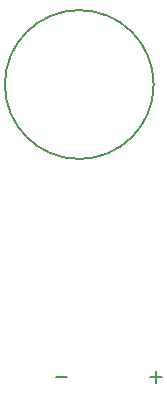
<source format=gbo>
G04 #@! TF.FileFunction,Legend,Bot*
%FSLAX46Y46*%
G04 Gerber Fmt 4.6, Leading zero omitted, Abs format (unit mm)*
G04 Created by KiCad (PCBNEW 4.0.2-4+6225~38~ubuntu15.10.1-stable) date Mon 28 Mar 2016 00:38:38 BST*
%MOMM*%
G01*
G04 APERTURE LIST*
%ADD10C,0.100000*%
%ADD11C,0.150000*%
G04 APERTURE END LIST*
D10*
D11*
X128750000Y-111000000D02*
X128750000Y-112000000D01*
X128250000Y-111500000D02*
X129250000Y-111500000D01*
X120250000Y-111500000D02*
X121250000Y-111500000D01*
X128550000Y-86750000D02*
G75*
G03X128550000Y-86750000I-6300000J0D01*
G01*
M02*

</source>
